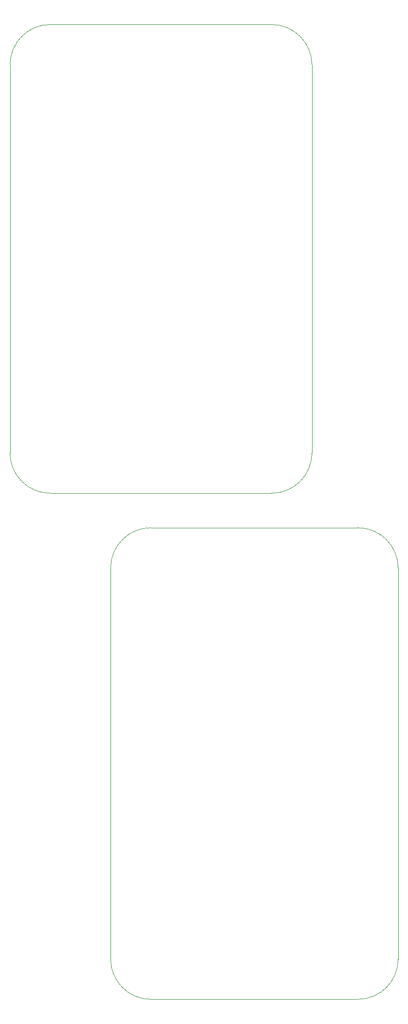
<source format=gbr>
%TF.GenerationSoftware,KiCad,Pcbnew,(5.1.6)-1*%
%TF.CreationDate,2021-12-16T16:10:30-05:00*%
%TF.ProjectId,RFID_PROJECT,52464944-5f50-4524-9f4a-4543542e6b69,c*%
%TF.SameCoordinates,Original*%
%TF.FileFunction,Profile,NP*%
%FSLAX46Y46*%
G04 Gerber Fmt 4.6, Leading zero omitted, Abs format (unit mm)*
G04 Created by KiCad (PCBNEW (5.1.6)-1) date 2021-12-16 16:10:30*
%MOMM*%
%LPD*%
G01*
G04 APERTURE LIST*
%TA.AperFunction,Profile*%
%ADD10C,0.050000*%
%TD*%
%TA.AperFunction,Profile*%
%ADD11C,0.100000*%
%TD*%
G04 APERTURE END LIST*
D10*
X107000000Y-190500000D02*
G75*
G02*
X100000000Y-183500000I0J7000000D01*
G01*
X100000000Y-115500000D02*
G75*
G02*
X107000000Y-108500000I7000000J0D01*
G01*
X135000000Y-95500000D02*
G75*
G02*
X128000000Y-102500000I-7000000J0D01*
G01*
X128000000Y-21000000D02*
G75*
G02*
X135000000Y-28000000I0J-7000000D01*
G01*
X89500000Y-102500000D02*
G75*
G02*
X82500000Y-95500000I0J7000000D01*
G01*
X82500000Y-28000000D02*
G75*
G02*
X89500000Y-21000000I7000000J0D01*
G01*
X150000000Y-183500000D02*
G75*
G02*
X143000000Y-190500000I-7000000J0D01*
G01*
X143000000Y-108500000D02*
G75*
G02*
X150000000Y-115500000I0J-7000000D01*
G01*
D11*
X150000000Y-115500000D02*
X150000000Y-183500000D01*
X107000000Y-108500000D02*
X143000000Y-108500000D01*
X100000000Y-183500000D02*
X100000000Y-115500000D01*
X143000000Y-190500000D02*
X107000000Y-190500000D01*
X135000000Y-28000000D02*
X135000000Y-95500000D01*
X89500000Y-21000000D02*
X128000000Y-21000000D01*
X82500000Y-95500000D02*
X82500000Y-28000000D01*
X128000000Y-102500000D02*
X89500000Y-102500000D01*
M02*

</source>
